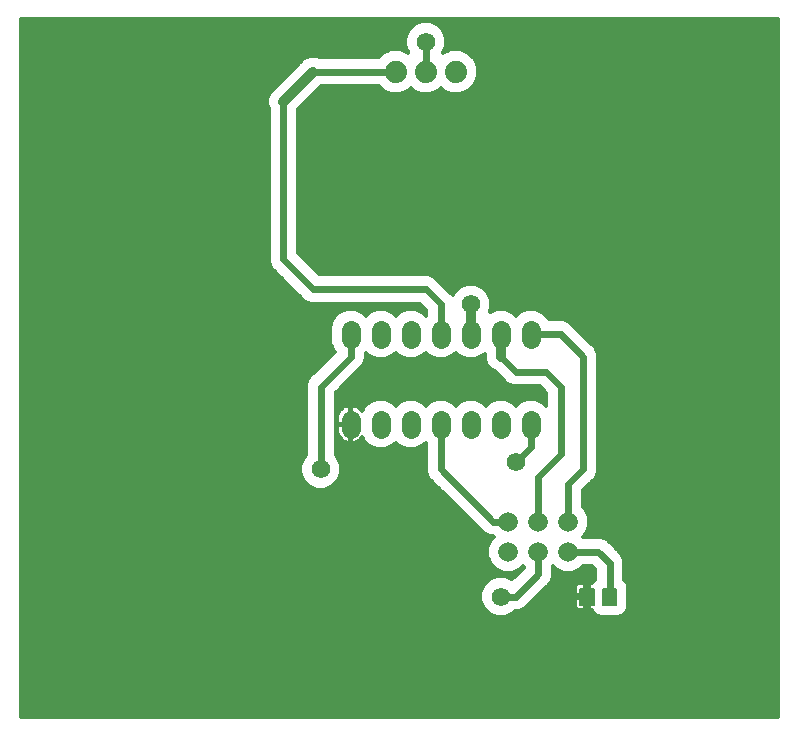
<source format=gbl>
G75*
%MOIN*%
%OFA0B0*%
%FSLAX24Y24*%
%IPPOS*%
%LPD*%
%AMOC8*
5,1,8,0,0,1.08239X$1,22.5*
%
%ADD10C,0.0620*%
%ADD11C,0.0654*%
%ADD12C,0.0740*%
%ADD13C,0.0051*%
%ADD14C,0.0240*%
%ADD15C,0.0320*%
%ADD16C,0.0615*%
%ADD17C,0.0120*%
D10*
X011160Y009755D02*
X011160Y010065D01*
X012160Y010065D02*
X012160Y009755D01*
X013160Y009755D02*
X013160Y010065D01*
X014160Y010065D02*
X014160Y009755D01*
X015160Y009755D02*
X015160Y010065D01*
X016160Y010065D02*
X016160Y009755D01*
X017160Y009755D02*
X017160Y010065D01*
X017160Y012755D02*
X017160Y013065D01*
X016160Y013065D02*
X016160Y012755D01*
X015160Y012755D02*
X015160Y013065D01*
X014160Y013065D02*
X014160Y012755D01*
X013160Y012755D02*
X013160Y013065D01*
X012160Y013065D02*
X012160Y012755D01*
X011160Y012755D02*
X011160Y013065D01*
D11*
X016410Y006660D03*
X016410Y005660D03*
X017410Y005660D03*
X018410Y005660D03*
X018410Y006660D03*
X017410Y006660D03*
D12*
X014660Y021660D03*
X013660Y021660D03*
X012660Y021660D03*
D13*
X018805Y004430D02*
X019267Y004430D01*
X019267Y003890D01*
X018805Y003890D01*
X018805Y004430D01*
X018805Y003938D02*
X019267Y003938D01*
X019267Y003986D02*
X018805Y003986D01*
X018805Y004034D02*
X019267Y004034D01*
X019267Y004082D02*
X018805Y004082D01*
X018805Y004130D02*
X019267Y004130D01*
X019267Y004178D02*
X018805Y004178D01*
X018805Y004226D02*
X019267Y004226D01*
X019267Y004274D02*
X018805Y004274D01*
X018805Y004322D02*
X019267Y004322D01*
X019267Y004370D02*
X018805Y004370D01*
X018805Y004418D02*
X019267Y004418D01*
X019553Y004430D02*
X020015Y004430D01*
X020015Y003890D01*
X019553Y003890D01*
X019553Y004430D01*
X019553Y003938D02*
X020015Y003938D01*
X020015Y003986D02*
X019553Y003986D01*
X019553Y004034D02*
X020015Y004034D01*
X020015Y004082D02*
X019553Y004082D01*
X019553Y004130D02*
X020015Y004130D01*
X020015Y004178D02*
X019553Y004178D01*
X019553Y004226D02*
X020015Y004226D01*
X020015Y004274D02*
X019553Y004274D01*
X019553Y004322D02*
X020015Y004322D01*
X020015Y004370D02*
X019553Y004370D01*
X019553Y004418D02*
X020015Y004418D01*
D14*
X019784Y004160D02*
X019784Y005286D01*
X019410Y005660D01*
X018410Y005660D01*
X017410Y005660D02*
X017410Y004910D01*
X016660Y004160D01*
X016160Y004160D01*
X015910Y006660D02*
X014160Y008410D01*
X014160Y009910D01*
X016660Y008660D02*
X017160Y009160D01*
X017160Y009910D01*
X018160Y008910D02*
X018160Y011160D01*
X017660Y011660D01*
X016660Y011660D01*
X016160Y012160D01*
X017160Y012910D02*
X018160Y012910D01*
X018910Y012160D01*
X018910Y008410D01*
X018410Y007910D01*
X018410Y006660D01*
X017410Y006660D02*
X017410Y008160D01*
X018160Y008910D01*
X016410Y006660D02*
X015910Y006660D01*
X010160Y008410D02*
X010160Y011160D01*
X011160Y012160D01*
X011160Y012910D01*
X009910Y014410D02*
X008910Y015410D01*
X008910Y020660D01*
X009910Y021660D02*
X012660Y021660D01*
X013660Y021660D02*
X013660Y022660D01*
X013660Y014410D02*
X009910Y014410D01*
X013660Y014410D02*
X014160Y013910D01*
X014160Y012910D01*
D15*
X015160Y012910D02*
X015160Y013910D01*
X016160Y012910D02*
X016160Y012160D01*
X008910Y020660D02*
X009910Y021660D01*
D16*
X013660Y022660D03*
X007160Y017160D03*
X015160Y013910D03*
X016660Y008660D03*
X016160Y004160D03*
X017410Y003660D03*
X010160Y008410D03*
X008660Y007660D03*
D17*
X000160Y000160D02*
X000160Y023410D01*
X025410Y023410D01*
X025410Y000160D01*
X000160Y000160D01*
X000160Y000191D02*
X025410Y000191D01*
X025410Y000310D02*
X000160Y000310D01*
X000160Y000428D02*
X025410Y000428D01*
X025410Y000547D02*
X000160Y000547D01*
X000160Y000665D02*
X025410Y000665D01*
X025410Y000784D02*
X000160Y000784D01*
X000160Y000902D02*
X025410Y000902D01*
X025410Y001021D02*
X000160Y001021D01*
X000160Y001139D02*
X025410Y001139D01*
X025410Y001258D02*
X000160Y001258D01*
X000160Y001376D02*
X025410Y001376D01*
X025410Y001495D02*
X000160Y001495D01*
X000160Y001613D02*
X025410Y001613D01*
X025410Y001732D02*
X000160Y001732D01*
X000160Y001850D02*
X025410Y001850D01*
X025410Y001969D02*
X000160Y001969D01*
X000160Y002087D02*
X025410Y002087D01*
X025410Y002206D02*
X000160Y002206D01*
X000160Y002324D02*
X025410Y002324D01*
X025410Y002443D02*
X000160Y002443D01*
X000160Y002561D02*
X025410Y002561D01*
X025410Y002680D02*
X000160Y002680D01*
X000160Y002798D02*
X025410Y002798D01*
X025410Y002917D02*
X000160Y002917D01*
X000160Y003035D02*
X025410Y003035D01*
X025410Y003154D02*
X000160Y003154D01*
X000160Y003272D02*
X025410Y003272D01*
X025410Y003391D02*
X000160Y003391D01*
X000160Y003509D02*
X015953Y003509D01*
X016025Y003480D02*
X016295Y003480D01*
X016545Y003583D01*
X016629Y003667D01*
X016758Y003667D01*
X016939Y003742D01*
X017078Y003881D01*
X017828Y004631D01*
X017903Y004812D01*
X017903Y005163D01*
X017910Y005170D01*
X018014Y005067D01*
X018271Y004960D01*
X018549Y004960D01*
X018806Y005067D01*
X018907Y005167D01*
X019206Y005167D01*
X019291Y005082D01*
X019291Y004731D01*
X019216Y004655D01*
X019200Y004615D01*
X019096Y004615D01*
X019096Y004220D01*
X018976Y004220D01*
X018976Y004615D01*
X018781Y004615D01*
X018734Y004603D01*
X018692Y004578D01*
X018657Y004544D01*
X018633Y004501D01*
X018620Y004454D01*
X018620Y004220D01*
X018976Y004220D01*
X018976Y004100D01*
X019096Y004100D01*
X019096Y003705D01*
X019200Y003705D01*
X019216Y003665D01*
X019328Y003553D01*
X019474Y003492D01*
X020094Y003492D01*
X020240Y003553D01*
X020352Y003665D01*
X020413Y003811D01*
X020413Y004509D01*
X020352Y004655D01*
X020277Y004731D01*
X020277Y005384D01*
X020202Y005565D01*
X020063Y005704D01*
X019689Y006078D01*
X019508Y006153D01*
X018907Y006153D01*
X018900Y006160D01*
X019003Y006264D01*
X019110Y006521D01*
X019110Y006799D01*
X019003Y007056D01*
X018903Y007157D01*
X018903Y007706D01*
X019189Y007992D01*
X019328Y008131D01*
X025410Y008131D01*
X025410Y008249D02*
X019377Y008249D01*
X019403Y008312D02*
X019328Y008131D01*
X019209Y008012D02*
X025410Y008012D01*
X025410Y007894D02*
X019091Y007894D01*
X018972Y007775D02*
X025410Y007775D01*
X025410Y007657D02*
X018903Y007657D01*
X018903Y007538D02*
X025410Y007538D01*
X025410Y007420D02*
X018903Y007420D01*
X018903Y007301D02*
X025410Y007301D01*
X025410Y007183D02*
X018903Y007183D01*
X018995Y007064D02*
X025410Y007064D01*
X025410Y006946D02*
X019049Y006946D01*
X019098Y006827D02*
X025410Y006827D01*
X025410Y006709D02*
X019110Y006709D01*
X019110Y006590D02*
X025410Y006590D01*
X025410Y006472D02*
X019090Y006472D01*
X019040Y006353D02*
X025410Y006353D01*
X025410Y006235D02*
X018975Y006235D01*
X019595Y006116D02*
X025410Y006116D01*
X025410Y005998D02*
X019769Y005998D01*
X019887Y005879D02*
X025410Y005879D01*
X025410Y005761D02*
X020006Y005761D01*
X020124Y005642D02*
X025410Y005642D01*
X025410Y005524D02*
X020219Y005524D01*
X020268Y005405D02*
X025410Y005405D01*
X025410Y005287D02*
X020277Y005287D01*
X020277Y005168D02*
X025410Y005168D01*
X025410Y005050D02*
X020277Y005050D01*
X020277Y004931D02*
X025410Y004931D01*
X025410Y004813D02*
X020277Y004813D01*
X020313Y004694D02*
X025410Y004694D01*
X025410Y004576D02*
X020385Y004576D01*
X020413Y004457D02*
X025410Y004457D01*
X025410Y004339D02*
X020413Y004339D01*
X020413Y004220D02*
X025410Y004220D01*
X025410Y004102D02*
X020413Y004102D01*
X020413Y003983D02*
X025410Y003983D01*
X025410Y003865D02*
X020413Y003865D01*
X020386Y003746D02*
X025410Y003746D01*
X025410Y003628D02*
X020315Y003628D01*
X020135Y003509D02*
X025410Y003509D01*
X025410Y008368D02*
X019403Y008368D01*
X019403Y008312D02*
X019403Y012258D01*
X019328Y012439D01*
X018578Y013189D01*
X018439Y013328D01*
X018258Y013403D01*
X017759Y013403D01*
X017739Y013452D01*
X017547Y013644D01*
X017296Y013748D01*
X017024Y013748D01*
X016773Y013644D01*
X016660Y013530D01*
X016547Y013644D01*
X016296Y013748D01*
X016024Y013748D01*
X015788Y013650D01*
X015840Y013775D01*
X015840Y014045D01*
X015737Y014295D01*
X015545Y014487D01*
X015295Y014590D01*
X015025Y014590D01*
X014775Y014487D01*
X014583Y014295D01*
X014551Y014216D01*
X014078Y014689D01*
X013939Y014828D01*
X013758Y014903D01*
X010114Y014903D01*
X009403Y015614D01*
X009403Y020399D01*
X010171Y021167D01*
X012102Y021167D01*
X012239Y021030D01*
X012512Y020917D01*
X012808Y020917D01*
X013081Y021030D01*
X013160Y021110D01*
X013239Y021030D01*
X013512Y020917D01*
X013808Y020917D01*
X014081Y021030D01*
X014160Y021110D01*
X014239Y021030D01*
X014512Y020917D01*
X014808Y020917D01*
X015081Y021030D01*
X015290Y021239D01*
X015403Y021512D01*
X015403Y021808D01*
X015290Y022081D01*
X015081Y022290D01*
X014808Y022403D01*
X014512Y022403D01*
X014243Y022291D01*
X014340Y022525D01*
X014340Y022795D01*
X014237Y023045D01*
X014045Y023237D01*
X013795Y023340D01*
X013525Y023340D01*
X013275Y023237D01*
X013083Y023045D01*
X012980Y022795D01*
X012980Y022525D01*
X013077Y022291D01*
X012808Y022403D01*
X012512Y022403D01*
X012239Y022290D01*
X012102Y022153D01*
X010113Y022153D01*
X010016Y022193D01*
X009804Y022193D01*
X009608Y022112D01*
X008458Y020962D01*
X008377Y020766D01*
X008377Y020554D01*
X008417Y020457D01*
X008417Y015312D01*
X008492Y015131D01*
X009631Y013992D01*
X009812Y013917D01*
X013456Y013917D01*
X013667Y013706D01*
X013667Y013538D01*
X013660Y013530D01*
X013547Y013644D01*
X013296Y013748D01*
X013024Y013748D01*
X012773Y013644D01*
X012660Y013530D01*
X012547Y013644D01*
X012296Y013748D01*
X012024Y013748D01*
X011773Y013644D01*
X011660Y013530D01*
X011547Y013644D01*
X011296Y013748D01*
X011024Y013748D01*
X010773Y013644D01*
X010581Y013452D01*
X010477Y013201D01*
X010477Y012619D01*
X010581Y012368D01*
X010627Y012323D01*
X009742Y011439D01*
X009667Y011258D01*
X009667Y008879D01*
X009583Y008795D01*
X009480Y008545D01*
X009480Y008275D01*
X009583Y008025D01*
X009775Y007833D01*
X010025Y007730D01*
X010295Y007730D01*
X010545Y007833D01*
X010737Y008025D01*
X010840Y008275D01*
X010840Y008545D01*
X010737Y008795D01*
X010653Y008879D01*
X010653Y010956D01*
X011439Y011742D01*
X011578Y011881D01*
X011653Y012062D01*
X011653Y012282D01*
X011660Y012290D01*
X011773Y012176D01*
X012024Y012072D01*
X012296Y012072D01*
X012547Y012176D01*
X012660Y012290D01*
X012773Y012176D01*
X013024Y012072D01*
X013296Y012072D01*
X013547Y012176D01*
X013660Y012290D01*
X013773Y012176D01*
X014024Y012072D01*
X014296Y012072D01*
X014547Y012176D01*
X014660Y012290D01*
X014773Y012176D01*
X015024Y012072D01*
X015296Y012072D01*
X015547Y012176D01*
X015627Y012257D01*
X015627Y012054D01*
X015708Y011858D01*
X015858Y011708D01*
X015955Y011668D01*
X016381Y011242D01*
X016562Y011167D01*
X017456Y011167D01*
X017667Y010956D01*
X017667Y010523D01*
X017547Y010644D01*
X017296Y010748D01*
X017024Y010748D01*
X016773Y010644D01*
X016660Y010530D01*
X016547Y010644D01*
X016296Y010748D01*
X016024Y010748D01*
X015773Y010644D01*
X015660Y010530D01*
X015547Y010644D01*
X015296Y010748D01*
X015024Y010748D01*
X014773Y010644D01*
X014660Y010530D01*
X014547Y010644D01*
X014296Y010748D01*
X014024Y010748D01*
X013773Y010644D01*
X013660Y010530D01*
X013547Y010644D01*
X013296Y010748D01*
X013024Y010748D01*
X012773Y010644D01*
X012660Y010530D01*
X012547Y010644D01*
X012296Y010748D01*
X012024Y010748D01*
X011773Y010644D01*
X011581Y010452D01*
X011537Y010345D01*
X011518Y010371D01*
X011466Y010423D01*
X011406Y010467D01*
X011340Y010501D01*
X011270Y010523D01*
X011197Y010535D01*
X011180Y010535D01*
X011180Y009930D01*
X011140Y009930D01*
X011140Y010535D01*
X011123Y010535D01*
X011050Y010523D01*
X010980Y010501D01*
X010914Y010467D01*
X010854Y010423D01*
X010802Y010371D01*
X010758Y010311D01*
X010724Y010245D01*
X010702Y010175D01*
X010690Y010102D01*
X010690Y009930D01*
X011140Y009930D01*
X011140Y009890D01*
X011180Y009890D01*
X011180Y009285D01*
X011197Y009285D01*
X011270Y009297D01*
X011340Y009319D01*
X011406Y009353D01*
X011466Y009397D01*
X011518Y009449D01*
X011537Y009475D01*
X011581Y009368D01*
X011773Y009176D01*
X012024Y009072D01*
X012296Y009072D01*
X012547Y009176D01*
X012660Y009290D01*
X012773Y009176D01*
X013024Y009072D01*
X013296Y009072D01*
X013547Y009176D01*
X013660Y009290D01*
X013667Y009282D01*
X013667Y008312D01*
X013742Y008131D01*
X010781Y008131D01*
X010830Y008249D02*
X013693Y008249D01*
X013667Y008368D02*
X010840Y008368D01*
X010840Y008486D02*
X013667Y008486D01*
X013667Y008605D02*
X010815Y008605D01*
X010766Y008723D02*
X013667Y008723D01*
X013667Y008842D02*
X010690Y008842D01*
X010653Y008960D02*
X013667Y008960D01*
X013667Y009079D02*
X013312Y009079D01*
X013568Y009197D02*
X013667Y009197D01*
X013008Y009079D02*
X012312Y009079D01*
X012568Y009197D02*
X012752Y009197D01*
X012008Y009079D02*
X010653Y009079D01*
X010653Y009197D02*
X011752Y009197D01*
X011634Y009316D02*
X011330Y009316D01*
X011180Y009316D02*
X011140Y009316D01*
X011140Y009285D02*
X011140Y009890D01*
X010690Y009890D01*
X010690Y009718D01*
X010702Y009645D01*
X010724Y009575D01*
X010758Y009509D01*
X010802Y009449D01*
X010854Y009397D01*
X010914Y009353D01*
X010980Y009319D01*
X011050Y009297D01*
X011123Y009285D01*
X011140Y009285D01*
X011140Y009434D02*
X011180Y009434D01*
X011180Y009553D02*
X011140Y009553D01*
X011140Y009671D02*
X011180Y009671D01*
X011180Y009790D02*
X011140Y009790D01*
X011140Y009908D02*
X010653Y009908D01*
X010653Y009790D02*
X010690Y009790D01*
X010697Y009671D02*
X010653Y009671D01*
X010653Y009553D02*
X010735Y009553D01*
X010816Y009434D02*
X010653Y009434D01*
X010653Y009316D02*
X010990Y009316D01*
X011504Y009434D02*
X011554Y009434D01*
X011180Y010027D02*
X011140Y010027D01*
X011140Y010145D02*
X011180Y010145D01*
X011180Y010264D02*
X011140Y010264D01*
X011140Y010382D02*
X011180Y010382D01*
X011180Y010501D02*
X011140Y010501D01*
X010981Y010501D02*
X010653Y010501D01*
X010653Y010619D02*
X011749Y010619D01*
X011631Y010501D02*
X011339Y010501D01*
X011507Y010382D02*
X011553Y010382D01*
X012001Y010738D02*
X010653Y010738D01*
X010653Y010856D02*
X017667Y010856D01*
X017667Y010738D02*
X017319Y010738D01*
X017571Y010619D02*
X017667Y010619D01*
X017648Y010975D02*
X010672Y010975D01*
X010790Y011093D02*
X017530Y011093D01*
X017001Y010738D02*
X016319Y010738D01*
X016571Y010619D02*
X016749Y010619D01*
X016454Y011212D02*
X010909Y011212D01*
X011027Y011330D02*
X016293Y011330D01*
X016174Y011449D02*
X011146Y011449D01*
X011264Y011567D02*
X016056Y011567D01*
X015913Y011686D02*
X011383Y011686D01*
X011501Y011804D02*
X015762Y011804D01*
X015682Y011923D02*
X011595Y011923D01*
X011644Y012041D02*
X015633Y012041D01*
X015627Y012160D02*
X015507Y012160D01*
X014813Y012160D02*
X014507Y012160D01*
X014649Y012279D02*
X014671Y012279D01*
X013813Y012160D02*
X013507Y012160D01*
X013649Y012279D02*
X013671Y012279D01*
X012813Y012160D02*
X012507Y012160D01*
X012649Y012279D02*
X012671Y012279D01*
X011813Y012160D02*
X011653Y012160D01*
X011653Y012279D02*
X011671Y012279D01*
X010582Y012279D02*
X000160Y012279D01*
X000160Y012397D02*
X010569Y012397D01*
X010520Y012516D02*
X000160Y012516D01*
X000160Y012634D02*
X010477Y012634D01*
X010477Y012753D02*
X000160Y012753D01*
X000160Y012871D02*
X010477Y012871D01*
X010477Y012990D02*
X000160Y012990D01*
X000160Y013108D02*
X010477Y013108D01*
X010488Y013227D02*
X000160Y013227D01*
X000160Y013345D02*
X010537Y013345D01*
X010593Y013464D02*
X000160Y013464D01*
X000160Y013582D02*
X010712Y013582D01*
X010911Y013701D02*
X000160Y013701D01*
X000160Y013819D02*
X013554Y013819D01*
X013667Y013701D02*
X013409Y013701D01*
X013608Y013582D02*
X013667Y013582D01*
X012911Y013701D02*
X012409Y013701D01*
X012608Y013582D02*
X012712Y013582D01*
X011911Y013701D02*
X011409Y013701D01*
X011608Y013582D02*
X011712Y013582D01*
X010463Y012160D02*
X000160Y012160D01*
X000160Y012041D02*
X010345Y012041D01*
X010226Y011923D02*
X000160Y011923D01*
X000160Y011804D02*
X010108Y011804D01*
X009989Y011686D02*
X000160Y011686D01*
X000160Y011567D02*
X009871Y011567D01*
X009752Y011449D02*
X000160Y011449D01*
X000160Y011330D02*
X009697Y011330D01*
X009667Y011212D02*
X000160Y011212D01*
X000160Y011093D02*
X009667Y011093D01*
X009667Y010975D02*
X000160Y010975D01*
X000160Y010856D02*
X009667Y010856D01*
X009667Y010738D02*
X000160Y010738D01*
X000160Y010619D02*
X009667Y010619D01*
X009667Y010501D02*
X000160Y010501D01*
X000160Y010382D02*
X009667Y010382D01*
X009667Y010264D02*
X000160Y010264D01*
X000160Y010145D02*
X009667Y010145D01*
X009667Y010027D02*
X000160Y010027D01*
X000160Y009908D02*
X009667Y009908D01*
X009667Y009790D02*
X000160Y009790D01*
X000160Y009671D02*
X009667Y009671D01*
X009667Y009553D02*
X000160Y009553D01*
X000160Y009434D02*
X009667Y009434D01*
X009667Y009316D02*
X000160Y009316D01*
X000160Y009197D02*
X009667Y009197D01*
X009667Y009079D02*
X000160Y009079D01*
X000160Y008960D02*
X009667Y008960D01*
X009630Y008842D02*
X000160Y008842D01*
X000160Y008723D02*
X009554Y008723D01*
X009505Y008605D02*
X000160Y008605D01*
X000160Y008486D02*
X009480Y008486D01*
X009480Y008368D02*
X000160Y008368D01*
X000160Y008249D02*
X009490Y008249D01*
X009539Y008131D02*
X000160Y008131D01*
X000160Y008012D02*
X009596Y008012D01*
X009714Y007894D02*
X000160Y007894D01*
X000160Y007775D02*
X009915Y007775D01*
X010405Y007775D02*
X014098Y007775D01*
X014216Y007657D02*
X000160Y007657D01*
X000160Y007538D02*
X014335Y007538D01*
X014453Y007420D02*
X000160Y007420D01*
X000160Y007301D02*
X014572Y007301D01*
X014690Y007183D02*
X000160Y007183D01*
X000160Y007064D02*
X014809Y007064D01*
X014927Y006946D02*
X000160Y006946D01*
X000160Y006827D02*
X015046Y006827D01*
X015164Y006709D02*
X000160Y006709D01*
X000160Y006590D02*
X015283Y006590D01*
X015401Y006472D02*
X000160Y006472D01*
X000160Y006353D02*
X015520Y006353D01*
X015631Y006242D02*
X015812Y006167D01*
X015913Y006167D01*
X015920Y006160D01*
X015817Y006056D01*
X015710Y005799D01*
X015710Y005521D01*
X015817Y005264D01*
X016014Y005067D01*
X016271Y004960D01*
X016549Y004960D01*
X016806Y005067D01*
X016910Y005170D01*
X016917Y005163D01*
X016917Y005114D01*
X016541Y004738D01*
X016295Y004840D01*
X016025Y004840D01*
X015775Y004737D01*
X015583Y004545D01*
X015480Y004295D01*
X015480Y004025D01*
X015583Y003775D01*
X015775Y003583D01*
X016025Y003480D01*
X015730Y003628D02*
X000160Y003628D01*
X000160Y003746D02*
X015612Y003746D01*
X015546Y003865D02*
X000160Y003865D01*
X000160Y003983D02*
X015497Y003983D01*
X015480Y004102D02*
X000160Y004102D01*
X000160Y004220D02*
X015480Y004220D01*
X015498Y004339D02*
X000160Y004339D01*
X000160Y004457D02*
X015547Y004457D01*
X015614Y004576D02*
X000160Y004576D01*
X000160Y004694D02*
X015733Y004694D01*
X015959Y004813D02*
X000160Y004813D01*
X000160Y004931D02*
X016735Y004931D01*
X016766Y005050D02*
X016853Y005050D01*
X016908Y005168D02*
X016912Y005168D01*
X016616Y004813D02*
X016361Y004813D01*
X016054Y005050D02*
X000160Y005050D01*
X000160Y005168D02*
X015912Y005168D01*
X015807Y005287D02*
X000160Y005287D01*
X000160Y005405D02*
X015758Y005405D01*
X015710Y005524D02*
X000160Y005524D01*
X000160Y005642D02*
X015710Y005642D01*
X015710Y005761D02*
X000160Y005761D01*
X000160Y005879D02*
X015743Y005879D01*
X015793Y005998D02*
X000160Y005998D01*
X000160Y006116D02*
X015877Y006116D01*
X015649Y006235D02*
X000160Y006235D01*
X000160Y013938D02*
X009763Y013938D01*
X009567Y014056D02*
X000160Y014056D01*
X000160Y014175D02*
X009449Y014175D01*
X009330Y014293D02*
X000160Y014293D01*
X000160Y014412D02*
X009212Y014412D01*
X009093Y014530D02*
X000160Y014530D01*
X000160Y014649D02*
X008975Y014649D01*
X008856Y014767D02*
X000160Y014767D01*
X000160Y014886D02*
X008738Y014886D01*
X008619Y015004D02*
X000160Y015004D01*
X000160Y015123D02*
X008501Y015123D01*
X008447Y015241D02*
X000160Y015241D01*
X000160Y015360D02*
X008417Y015360D01*
X008417Y015478D02*
X000160Y015478D01*
X000160Y015597D02*
X008417Y015597D01*
X008417Y015715D02*
X000160Y015715D01*
X000160Y015834D02*
X008417Y015834D01*
X008417Y015952D02*
X000160Y015952D01*
X000160Y016071D02*
X008417Y016071D01*
X008417Y016189D02*
X000160Y016189D01*
X000160Y016308D02*
X008417Y016308D01*
X008417Y016426D02*
X000160Y016426D01*
X000160Y016545D02*
X008417Y016545D01*
X008417Y016663D02*
X000160Y016663D01*
X000160Y016782D02*
X008417Y016782D01*
X008417Y016900D02*
X000160Y016900D01*
X000160Y017019D02*
X008417Y017019D01*
X008417Y017137D02*
X000160Y017137D01*
X000160Y017256D02*
X008417Y017256D01*
X008417Y017374D02*
X000160Y017374D01*
X000160Y017493D02*
X008417Y017493D01*
X008417Y017611D02*
X000160Y017611D01*
X000160Y017730D02*
X008417Y017730D01*
X008417Y017848D02*
X000160Y017848D01*
X000160Y017967D02*
X008417Y017967D01*
X008417Y018085D02*
X000160Y018085D01*
X000160Y018204D02*
X008417Y018204D01*
X008417Y018322D02*
X000160Y018322D01*
X000160Y018441D02*
X008417Y018441D01*
X008417Y018559D02*
X000160Y018559D01*
X000160Y018678D02*
X008417Y018678D01*
X008417Y018796D02*
X000160Y018796D01*
X000160Y018915D02*
X008417Y018915D01*
X008417Y019033D02*
X000160Y019033D01*
X000160Y019152D02*
X008417Y019152D01*
X008417Y019270D02*
X000160Y019270D01*
X000160Y019389D02*
X008417Y019389D01*
X008417Y019507D02*
X000160Y019507D01*
X000160Y019626D02*
X008417Y019626D01*
X008417Y019744D02*
X000160Y019744D01*
X000160Y019863D02*
X008417Y019863D01*
X008417Y019981D02*
X000160Y019981D01*
X000160Y020100D02*
X008417Y020100D01*
X008417Y020218D02*
X000160Y020218D01*
X000160Y020337D02*
X008417Y020337D01*
X008417Y020455D02*
X000160Y020455D01*
X000160Y020574D02*
X008377Y020574D01*
X008377Y020692D02*
X000160Y020692D01*
X000160Y020811D02*
X008396Y020811D01*
X008445Y020929D02*
X000160Y020929D01*
X000160Y021048D02*
X008544Y021048D01*
X008663Y021166D02*
X000160Y021166D01*
X000160Y021285D02*
X008781Y021285D01*
X008900Y021403D02*
X000160Y021403D01*
X000160Y021522D02*
X009018Y021522D01*
X009137Y021640D02*
X000160Y021640D01*
X000160Y021759D02*
X009255Y021759D01*
X009374Y021877D02*
X000160Y021877D01*
X000160Y021996D02*
X009492Y021996D01*
X009614Y022114D02*
X000160Y022114D01*
X000160Y022233D02*
X012182Y022233D01*
X012388Y022351D02*
X000160Y022351D01*
X000160Y022470D02*
X013003Y022470D01*
X012980Y022588D02*
X000160Y022588D01*
X000160Y022707D02*
X012980Y022707D01*
X012992Y022825D02*
X000160Y022825D01*
X000160Y022944D02*
X013041Y022944D01*
X013100Y023062D02*
X000160Y023062D01*
X000160Y023181D02*
X013219Y023181D01*
X013426Y023299D02*
X000160Y023299D01*
X009403Y020337D02*
X025410Y020337D01*
X025410Y020455D02*
X009458Y020455D01*
X009577Y020574D02*
X025410Y020574D01*
X025410Y020692D02*
X009695Y020692D01*
X009814Y020811D02*
X025410Y020811D01*
X025410Y020929D02*
X014836Y020929D01*
X015098Y021048D02*
X025410Y021048D01*
X025410Y021166D02*
X015216Y021166D01*
X015308Y021285D02*
X025410Y021285D01*
X025410Y021403D02*
X015357Y021403D01*
X015403Y021522D02*
X025410Y021522D01*
X025410Y021640D02*
X015403Y021640D01*
X015403Y021759D02*
X025410Y021759D01*
X025410Y021877D02*
X015374Y021877D01*
X015325Y021996D02*
X025410Y021996D01*
X025410Y022114D02*
X015256Y022114D01*
X015138Y022233D02*
X025410Y022233D01*
X025410Y022351D02*
X014932Y022351D01*
X014388Y022351D02*
X014268Y022351D01*
X014317Y022470D02*
X025410Y022470D01*
X025410Y022588D02*
X014340Y022588D01*
X014340Y022707D02*
X025410Y022707D01*
X025410Y022825D02*
X014328Y022825D01*
X014279Y022944D02*
X025410Y022944D01*
X025410Y023062D02*
X014220Y023062D01*
X014101Y023181D02*
X025410Y023181D01*
X025410Y023299D02*
X013894Y023299D01*
X013052Y022351D02*
X012932Y022351D01*
X012104Y021166D02*
X010169Y021166D01*
X010051Y021048D02*
X012222Y021048D01*
X012484Y020929D02*
X009932Y020929D01*
X009403Y020218D02*
X025410Y020218D01*
X025410Y020100D02*
X009403Y020100D01*
X009403Y019981D02*
X025410Y019981D01*
X025410Y019863D02*
X009403Y019863D01*
X009403Y019744D02*
X025410Y019744D01*
X025410Y019626D02*
X009403Y019626D01*
X009403Y019507D02*
X025410Y019507D01*
X025410Y019389D02*
X009403Y019389D01*
X009403Y019270D02*
X025410Y019270D01*
X025410Y019152D02*
X009403Y019152D01*
X009403Y019033D02*
X025410Y019033D01*
X025410Y018915D02*
X009403Y018915D01*
X009403Y018796D02*
X025410Y018796D01*
X025410Y018678D02*
X009403Y018678D01*
X009403Y018559D02*
X025410Y018559D01*
X025410Y018441D02*
X009403Y018441D01*
X009403Y018322D02*
X025410Y018322D01*
X025410Y018204D02*
X009403Y018204D01*
X009403Y018085D02*
X025410Y018085D01*
X025410Y017967D02*
X009403Y017967D01*
X009403Y017848D02*
X025410Y017848D01*
X025410Y017730D02*
X009403Y017730D01*
X009403Y017611D02*
X025410Y017611D01*
X025410Y017493D02*
X009403Y017493D01*
X009403Y017374D02*
X025410Y017374D01*
X025410Y017256D02*
X009403Y017256D01*
X009403Y017137D02*
X025410Y017137D01*
X025410Y017019D02*
X009403Y017019D01*
X009403Y016900D02*
X025410Y016900D01*
X025410Y016782D02*
X009403Y016782D01*
X009403Y016663D02*
X025410Y016663D01*
X025410Y016545D02*
X009403Y016545D01*
X009403Y016426D02*
X025410Y016426D01*
X025410Y016308D02*
X009403Y016308D01*
X009403Y016189D02*
X025410Y016189D01*
X025410Y016071D02*
X009403Y016071D01*
X009403Y015952D02*
X025410Y015952D01*
X025410Y015834D02*
X009403Y015834D01*
X009403Y015715D02*
X025410Y015715D01*
X025410Y015597D02*
X009420Y015597D01*
X009539Y015478D02*
X025410Y015478D01*
X025410Y015360D02*
X009657Y015360D01*
X009776Y015241D02*
X025410Y015241D01*
X025410Y015123D02*
X009894Y015123D01*
X010013Y015004D02*
X025410Y015004D01*
X025410Y014886D02*
X013799Y014886D01*
X014000Y014767D02*
X025410Y014767D01*
X025410Y014649D02*
X014118Y014649D01*
X014237Y014530D02*
X014880Y014530D01*
X014700Y014412D02*
X014355Y014412D01*
X014474Y014293D02*
X014583Y014293D01*
X015440Y014530D02*
X025410Y014530D01*
X025410Y014412D02*
X015620Y014412D01*
X015737Y014293D02*
X025410Y014293D01*
X025410Y014175D02*
X015787Y014175D01*
X015836Y014056D02*
X025410Y014056D01*
X025410Y013938D02*
X015840Y013938D01*
X015840Y013819D02*
X025410Y013819D01*
X025410Y013701D02*
X017409Y013701D01*
X017608Y013582D02*
X025410Y013582D01*
X025410Y013464D02*
X017727Y013464D01*
X018397Y013345D02*
X025410Y013345D01*
X025410Y013227D02*
X018540Y013227D01*
X018659Y013108D02*
X025410Y013108D01*
X025410Y012990D02*
X018777Y012990D01*
X018896Y012871D02*
X025410Y012871D01*
X025410Y012753D02*
X019014Y012753D01*
X019133Y012634D02*
X025410Y012634D01*
X025410Y012516D02*
X019251Y012516D01*
X019345Y012397D02*
X025410Y012397D01*
X025410Y012279D02*
X019394Y012279D01*
X019403Y012160D02*
X025410Y012160D01*
X025410Y012041D02*
X019403Y012041D01*
X019403Y011923D02*
X025410Y011923D01*
X025410Y011804D02*
X019403Y011804D01*
X019403Y011686D02*
X025410Y011686D01*
X025410Y011567D02*
X019403Y011567D01*
X019403Y011449D02*
X025410Y011449D01*
X025410Y011330D02*
X019403Y011330D01*
X019403Y011212D02*
X025410Y011212D01*
X025410Y011093D02*
X019403Y011093D01*
X019403Y010975D02*
X025410Y010975D01*
X025410Y010856D02*
X019403Y010856D01*
X019403Y010738D02*
X025410Y010738D01*
X025410Y010619D02*
X019403Y010619D01*
X019403Y010501D02*
X025410Y010501D01*
X025410Y010382D02*
X019403Y010382D01*
X019403Y010264D02*
X025410Y010264D01*
X025410Y010145D02*
X019403Y010145D01*
X019403Y010027D02*
X025410Y010027D01*
X025410Y009908D02*
X019403Y009908D01*
X019403Y009790D02*
X025410Y009790D01*
X025410Y009671D02*
X019403Y009671D01*
X019403Y009553D02*
X025410Y009553D01*
X025410Y009434D02*
X019403Y009434D01*
X019403Y009316D02*
X025410Y009316D01*
X025410Y009197D02*
X019403Y009197D01*
X019403Y009079D02*
X025410Y009079D01*
X025410Y008960D02*
X019403Y008960D01*
X019403Y008842D02*
X025410Y008842D01*
X025410Y008723D02*
X019403Y008723D01*
X019403Y008605D02*
X025410Y008605D01*
X025410Y008486D02*
X019403Y008486D01*
X017912Y005168D02*
X017908Y005168D01*
X017903Y005050D02*
X018054Y005050D01*
X017903Y004931D02*
X019291Y004931D01*
X019291Y004813D02*
X017903Y004813D01*
X017854Y004694D02*
X019255Y004694D01*
X019096Y004576D02*
X018976Y004576D01*
X018976Y004457D02*
X019096Y004457D01*
X019096Y004339D02*
X018976Y004339D01*
X018976Y004220D02*
X019096Y004220D01*
X018976Y004102D02*
X017299Y004102D01*
X017417Y004220D02*
X018620Y004220D01*
X018620Y004339D02*
X017536Y004339D01*
X017654Y004457D02*
X018621Y004457D01*
X018690Y004576D02*
X017773Y004576D01*
X017180Y003983D02*
X018620Y003983D01*
X018620Y004100D02*
X018620Y003866D01*
X018633Y003819D01*
X018657Y003776D01*
X018692Y003742D01*
X018734Y003717D01*
X018781Y003705D01*
X018976Y003705D01*
X018976Y004100D01*
X018620Y004100D01*
X018620Y003865D02*
X017062Y003865D01*
X016943Y003746D02*
X018687Y003746D01*
X018976Y003746D02*
X019096Y003746D01*
X019096Y003865D02*
X018976Y003865D01*
X018976Y003983D02*
X019096Y003983D01*
X019253Y003628D02*
X016590Y003628D01*
X016367Y003509D02*
X019433Y003509D01*
X019291Y005050D02*
X018766Y005050D01*
X015631Y006242D02*
X013881Y007992D01*
X013742Y008131D01*
X013861Y008012D02*
X010724Y008012D01*
X010606Y007894D02*
X013979Y007894D01*
X013749Y010619D02*
X013571Y010619D01*
X013319Y010738D02*
X014001Y010738D01*
X014319Y010738D02*
X015001Y010738D01*
X014749Y010619D02*
X014571Y010619D01*
X015319Y010738D02*
X016001Y010738D01*
X015749Y010619D02*
X015571Y010619D01*
X013001Y010738D02*
X012319Y010738D01*
X012571Y010619D02*
X012749Y010619D01*
X010813Y010382D02*
X010653Y010382D01*
X010653Y010264D02*
X010734Y010264D01*
X010697Y010145D02*
X010653Y010145D01*
X010653Y010027D02*
X010690Y010027D01*
X015809Y013701D02*
X015911Y013701D01*
X016409Y013701D02*
X016911Y013701D01*
X016712Y013582D02*
X016608Y013582D01*
X014484Y020929D02*
X013836Y020929D01*
X014098Y021048D02*
X014222Y021048D01*
X013484Y020929D02*
X012836Y020929D01*
X013098Y021048D02*
X013222Y021048D01*
M02*

</source>
